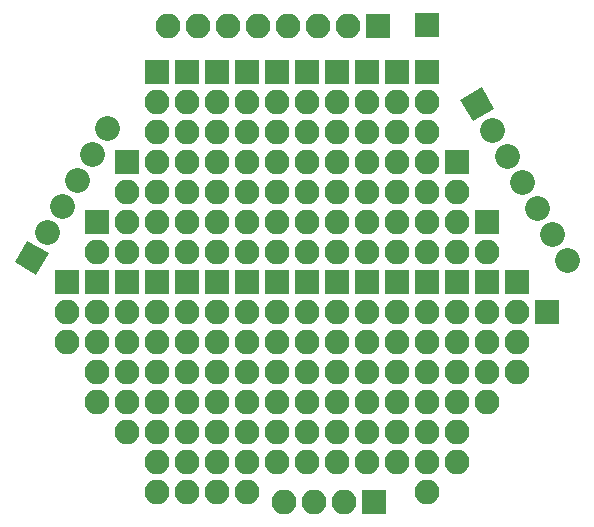
<source format=gbr>
G04 #@! TF.FileFunction,Soldermask,Bot*
%FSLAX46Y46*%
G04 Gerber Fmt 4.6, Leading zero omitted, Abs format (unit mm)*
G04 Created by KiCad (PCBNEW 4.0.7-e2-6376~58~ubuntu14.04.1) date Sat Apr 21 17:00:56 2018*
%MOMM*%
%LPD*%
G01*
G04 APERTURE LIST*
%ADD10C,0.100000*%
%ADD11R,2.100000X2.100000*%
%ADD12O,2.100000X2.100000*%
%ADD13C,2.100000*%
G04 APERTURE END LIST*
D10*
D11*
X196480000Y-85000000D03*
D12*
X193940000Y-85000000D03*
X191400000Y-85000000D03*
X188860000Y-85000000D03*
X186320000Y-85000000D03*
X183780000Y-85000000D03*
X181240000Y-85000000D03*
X178700000Y-85000000D03*
D11*
X196140000Y-125340000D03*
D12*
X193600000Y-125340000D03*
X191060000Y-125340000D03*
X188520000Y-125340000D03*
D10*
G36*
X168604327Y-104274491D02*
X167554327Y-106093145D01*
X165735673Y-105043145D01*
X166785673Y-103224491D01*
X168604327Y-104274491D01*
X168604327Y-104274491D01*
G37*
D13*
X168440000Y-102459113D02*
X168440000Y-102459113D01*
X169710000Y-100259409D02*
X169710000Y-100259409D01*
X170980000Y-98059704D02*
X170980000Y-98059704D01*
X172250000Y-95860000D02*
X172250000Y-95860000D01*
X173520000Y-93660295D02*
X173520000Y-93660295D01*
D10*
G36*
X204505673Y-93084622D02*
X203455673Y-91265968D01*
X205274327Y-90215968D01*
X206324327Y-92034622D01*
X204505673Y-93084622D01*
X204505673Y-93084622D01*
G37*
D13*
X206160000Y-93850000D02*
X206160000Y-93850000D01*
X207430000Y-96049704D02*
X207430000Y-96049704D01*
X208700000Y-98249409D02*
X208700000Y-98249409D01*
X209970000Y-100449113D02*
X209970000Y-100449113D01*
X211240000Y-102648818D02*
X211240000Y-102648818D01*
X212510000Y-104848522D02*
X212510000Y-104848522D01*
D11*
X210820000Y-109220000D03*
X200660000Y-84930000D03*
X175260000Y-96520000D03*
D12*
X175260000Y-99060000D03*
X175260000Y-101600000D03*
X175260000Y-104140000D03*
D11*
X208280000Y-106680000D03*
D12*
X208280000Y-109220000D03*
X208280000Y-111760000D03*
X208280000Y-114300000D03*
D11*
X190500000Y-88900000D03*
D12*
X190500000Y-91440000D03*
X190500000Y-93980000D03*
X190500000Y-96520000D03*
X190500000Y-99060000D03*
X190500000Y-101600000D03*
X190500000Y-104140000D03*
D11*
X193040000Y-88900000D03*
D12*
X193040000Y-91440000D03*
X193040000Y-93980000D03*
X193040000Y-96520000D03*
X193040000Y-99060000D03*
X193040000Y-101600000D03*
X193040000Y-104140000D03*
D11*
X195580000Y-88900000D03*
D12*
X195580000Y-91440000D03*
X195580000Y-93980000D03*
X195580000Y-96520000D03*
X195580000Y-99060000D03*
X195580000Y-101600000D03*
X195580000Y-104140000D03*
D11*
X198120000Y-88900000D03*
D12*
X198120000Y-91440000D03*
X198120000Y-93980000D03*
X198120000Y-96520000D03*
X198120000Y-99060000D03*
X198120000Y-101600000D03*
X198120000Y-104140000D03*
D11*
X200660000Y-88900000D03*
D12*
X200660000Y-91440000D03*
X200660000Y-93980000D03*
X200660000Y-96520000D03*
X200660000Y-99060000D03*
X200660000Y-101600000D03*
X200660000Y-104140000D03*
D11*
X187960000Y-88900000D03*
D12*
X187960000Y-91440000D03*
X187960000Y-93980000D03*
X187960000Y-96520000D03*
X187960000Y-99060000D03*
X187960000Y-101600000D03*
X187960000Y-104140000D03*
D11*
X198120000Y-106680000D03*
D12*
X198120000Y-109220000D03*
X198120000Y-111760000D03*
X198120000Y-114300000D03*
X198120000Y-116840000D03*
X198120000Y-119380000D03*
X198120000Y-121920000D03*
D11*
X195580000Y-106680000D03*
D12*
X195580000Y-109220000D03*
X195580000Y-111760000D03*
X195580000Y-114300000D03*
X195580000Y-116840000D03*
X195580000Y-119380000D03*
X195580000Y-121920000D03*
D11*
X177800000Y-88900000D03*
D12*
X177800000Y-91440000D03*
X177800000Y-93980000D03*
X177800000Y-96520000D03*
X177800000Y-99060000D03*
X177800000Y-101600000D03*
X177800000Y-104140000D03*
D11*
X180340000Y-88900000D03*
D12*
X180340000Y-91440000D03*
X180340000Y-93980000D03*
X180340000Y-96520000D03*
X180340000Y-99060000D03*
X180340000Y-101600000D03*
X180340000Y-104140000D03*
D11*
X182880000Y-88900000D03*
D12*
X182880000Y-91440000D03*
X182880000Y-93980000D03*
X182880000Y-96520000D03*
X182880000Y-99060000D03*
X182880000Y-101600000D03*
X182880000Y-104140000D03*
D11*
X185420000Y-88900000D03*
D12*
X185420000Y-91440000D03*
X185420000Y-93980000D03*
X185420000Y-96520000D03*
X185420000Y-99060000D03*
X185420000Y-101600000D03*
X185420000Y-104140000D03*
D11*
X187960000Y-106680000D03*
D12*
X187960000Y-109220000D03*
X187960000Y-111760000D03*
X187960000Y-114300000D03*
X187960000Y-116840000D03*
X187960000Y-119380000D03*
X187960000Y-121920000D03*
D11*
X190500000Y-106680000D03*
D12*
X190500000Y-109220000D03*
X190500000Y-111760000D03*
X190500000Y-114300000D03*
X190500000Y-116840000D03*
X190500000Y-119380000D03*
X190500000Y-121920000D03*
D11*
X193040000Y-106680000D03*
D12*
X193040000Y-109220000D03*
X193040000Y-111760000D03*
X193040000Y-114300000D03*
X193040000Y-116840000D03*
X193040000Y-119380000D03*
X193040000Y-121920000D03*
D11*
X205740000Y-101600000D03*
D12*
X205740000Y-104140000D03*
D11*
X172720000Y-101600000D03*
D12*
X172720000Y-104140000D03*
D11*
X175260000Y-106680000D03*
D12*
X175260000Y-109220000D03*
X175260000Y-111760000D03*
X175260000Y-114300000D03*
X175260000Y-116840000D03*
X175260000Y-119380000D03*
D11*
X170180000Y-106680000D03*
D12*
X170180000Y-109220000D03*
X170180000Y-111760000D03*
D11*
X185420000Y-106680000D03*
D12*
X185420000Y-109220000D03*
X185420000Y-111760000D03*
X185420000Y-114300000D03*
X185420000Y-116840000D03*
X185420000Y-119380000D03*
X185420000Y-121920000D03*
X185420000Y-124460000D03*
D11*
X182880000Y-106680000D03*
D12*
X182880000Y-109220000D03*
X182880000Y-111760000D03*
X182880000Y-114300000D03*
X182880000Y-116840000D03*
X182880000Y-119380000D03*
X182880000Y-121920000D03*
X182880000Y-124460000D03*
D11*
X180340000Y-106680000D03*
D12*
X180340000Y-109220000D03*
X180340000Y-111760000D03*
X180340000Y-114300000D03*
X180340000Y-116840000D03*
X180340000Y-119380000D03*
X180340000Y-121920000D03*
X180340000Y-124460000D03*
D11*
X177800000Y-106680000D03*
D12*
X177800000Y-109220000D03*
X177800000Y-111760000D03*
X177800000Y-114300000D03*
X177800000Y-116840000D03*
X177800000Y-119380000D03*
X177800000Y-121920000D03*
X177800000Y-124460000D03*
D11*
X205740000Y-106680000D03*
D12*
X205740000Y-109220000D03*
X205740000Y-111760000D03*
X205740000Y-114300000D03*
X205740000Y-116840000D03*
D11*
X172720000Y-106680000D03*
D12*
X172720000Y-109220000D03*
X172720000Y-111760000D03*
X172720000Y-114300000D03*
X172720000Y-116840000D03*
D11*
X203200000Y-106680000D03*
D12*
X203200000Y-109220000D03*
X203200000Y-111760000D03*
X203200000Y-114300000D03*
X203200000Y-116840000D03*
X203200000Y-119380000D03*
X203200000Y-121920000D03*
D11*
X200660000Y-106680000D03*
D12*
X200660000Y-109220000D03*
X200660000Y-111760000D03*
X200660000Y-114300000D03*
X200660000Y-116840000D03*
X200660000Y-119380000D03*
X200660000Y-121920000D03*
X200660000Y-124460000D03*
D11*
X203200000Y-96520000D03*
D12*
X203200000Y-99060000D03*
X203200000Y-101600000D03*
X203200000Y-104140000D03*
M02*

</source>
